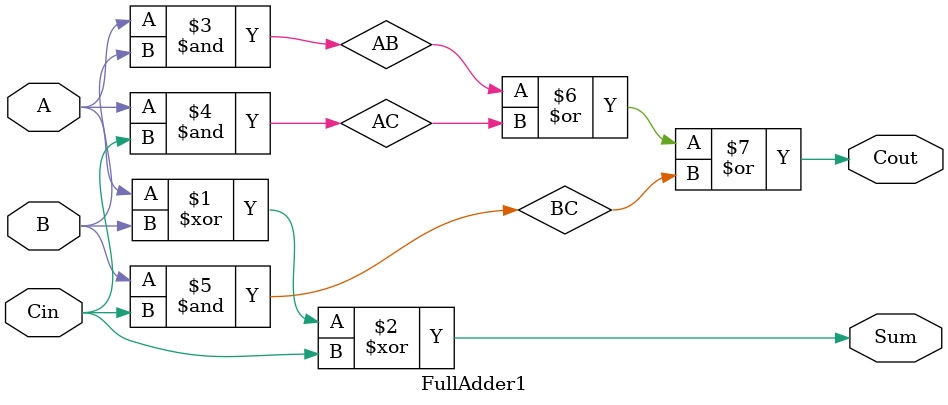
<source format=v>
`timescale 1ns / 1ps
module FullAdder1(
    input  A,
    input  B,
    input  Cin,
    output  Cout,
    output  Sum

    );
	 
	 	  wire AB , AC , BC;
	xor(Sum , A , B , Cin);
	and(AB , A , B);
	and(AC , A , Cin);
	and(BC , B , Cin);
	or(Cout , AB , AC , BC);
	

endmodule

</source>
